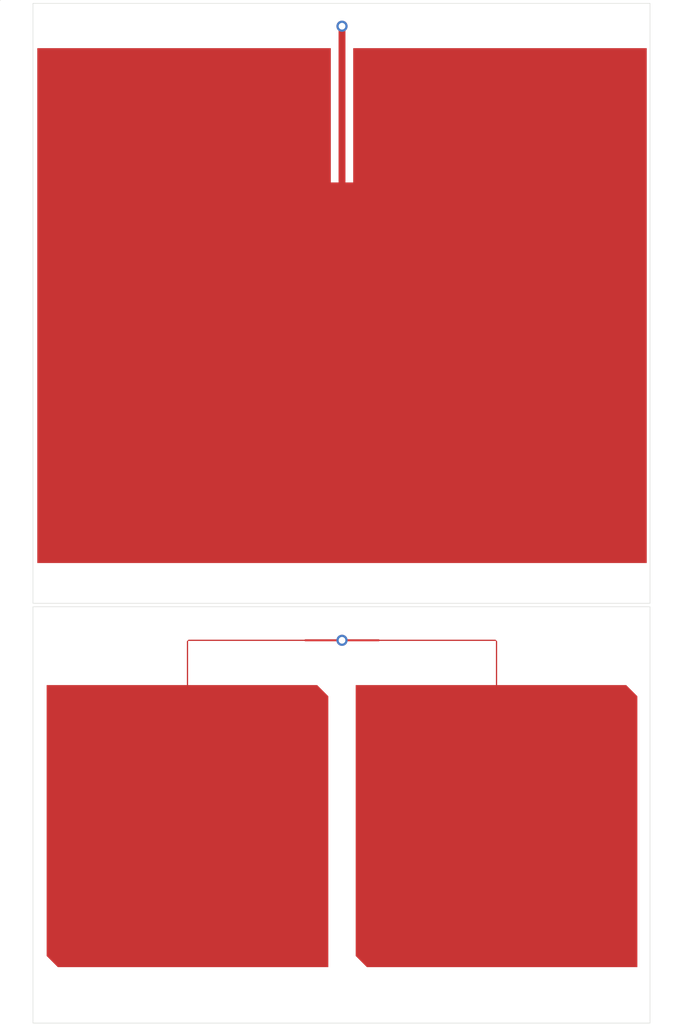
<source format=kicad_pcb>
(kicad_pcb (version 20160815) (host pcbnew no-vcs-found-7520~57~ubuntu14.04.1)

  (general
    (links 1)
    (no_connects 1)
    (area 101.524999 203.124999 254.075001 431.875001)
    (thickness 1.6)
    (drawings 13)
    (tracks 0)
    (zones 0)
    (modules 10)
    (nets 2)
  )

  (page A0)
  (layers
    (0 F.Cu signal)
    (31 B.Cu signal)
    (32 B.Adhes user)
    (33 F.Adhes user)
    (34 B.Paste user)
    (35 F.Paste user)
    (36 B.SilkS user)
    (37 F.SilkS user)
    (38 B.Mask user)
    (39 F.Mask user)
    (40 Dwgs.User user)
    (41 Cmts.User user)
    (42 Eco1.User user)
    (43 Eco2.User user)
    (44 Edge.Cuts user)
    (45 Margin user)
    (46 B.CrtYd user)
    (47 F.CrtYd user)
    (48 B.Fab user)
    (49 F.Fab user)
  )

  (setup
    (last_trace_width 0.2)
    (trace_clearance 0.2)
    (zone_clearance 0.508)
    (zone_45_only no)
    (trace_min 0.2)
    (segment_width 0.15)
    (edge_width 0.15)
    (via_size 0.8)
    (via_drill 0.4)
    (via_min_size 0.4)
    (via_min_drill 0.3)
    (uvia_size 0.3)
    (uvia_drill 0.1)
    (uvias_allowed no)
    (uvia_min_size 0.2)
    (uvia_min_drill 0.1)
    (pcb_text_width 0.3)
    (pcb_text_size 1.5 1.5)
    (mod_edge_width 0.15)
    (mod_text_size 1 1)
    (mod_text_width 0.15)
    (pad_size 1.524 1.524)
    (pad_drill 0.762)
    (pad_to_mask_clearance 0.2)
    (aux_axis_origin 0 0)
    (visible_elements FFFFFF7F)
    (pcbplotparams
      (layerselection 0x01000_7fffffff)
      (usegerberextensions true)
      (excludeedgelayer true)
      (linewidth 0.100000)
      (plotframeref false)
      (viasonmask false)
      (mode 1)
      (useauxorigin false)
      (hpglpennumber 1)
      (hpglpenspeed 20)
      (hpglpendiameter 15)
      (psnegative false)
      (psa4output false)
      (plotreference true)
      (plotvalue true)
      (plotinvisibletext false)
      (padsonsilk false)
      (subtractmaskfromsilk false)
      (outputformat 1)
      (mirror false)
      (drillshape 0)
      (scaleselection 1)
      (outputdirectory ""))
  )

  (net 0 "")
  (net 1 Antennas)

  (net_class Default ""
    (clearance 0.2)
    (trace_width 0.2)
    (via_dia 0.8)
    (via_drill 0.4)
    (uvia_dia 0.3)
    (uvia_drill 0.1)
    (add_net Antennas)
  )

  (module X1 (layer F.Cu) (tedit 588AD9BC) (tstamp 588ADA83)
    (at 241.9 343.64)
    (fp_text reference "" (at 0 0) (layer F.SilkS)
      (effects (font (thickness 0.15)))
    )
    (fp_text value "" (at 0 0) (layer F.SilkS)
      (effects (font (thickness 0.15)))
    )
    (pad "" np_thru_hole circle (at 0 0) (size 2.9 2.9) (drill 2.9) (layers *.Cu *.Mask)
      (zone_connect 2))
  )

  (module X1 (layer F.Cu) (tedit 588AD9BC) (tstamp 588ADA7D)
    (at 241.9 426.64)
    (fp_text reference "" (at 0 0) (layer F.SilkS)
      (effects (font (thickness 0.15)))
    )
    (fp_text value "" (at 0 0) (layer F.SilkS)
      (effects (font (thickness 0.15)))
    )
    (pad "" np_thru_hole circle (at 0 0) (size 2.9 2.9) (drill 2.9) (layers *.Cu *.Mask)
      (zone_connect 2))
  )

  (module X1 (layer F.Cu) (tedit 588AD9BC) (tstamp 588AD9D1)
    (at 113.9 426.64)
    (fp_text reference "" (at 0 0) (layer F.SilkS)
      (effects (font (thickness 0.15)))
    )
    (fp_text value "" (at 0 0) (layer F.SilkS)
      (effects (font (thickness 0.15)))
    )
    (pad "" np_thru_hole circle (at 0 0) (size 2.9 2.9) (drill 2.9) (layers *.Cu *.Mask)
      (zone_connect 2))
  )

  (module X1 (layer F.Cu) (tedit 588AD9BC) (tstamp 588AD9AF)
    (at 113.9 343.64)
    (fp_text reference "" (at 0 0) (layer F.SilkS)
      (effects (font (thickness 0.15)))
    )
    (fp_text value "" (at 0 0) (layer F.SilkS)
      (effects (font (thickness 0.15)))
    )
    (pad "" np_thru_hole circle (at 0 0) (size 2.9 2.9) (drill 2.9) (layers *.Cu *.Mask)
      (zone_connect 2))
  )

  (module X1 (layer F.Cu) (tedit 0) (tstamp 0)
    (at 178.015 346.14)
    (fp_text reference "" (at 0 0) (layer F.SilkS)
      (effects (font (thickness 0.15)))
    )
    (fp_text value "" (at 0 0) (layer F.SilkS)
      (effects (font (thickness 0.15)))
    )
    (pad 1 thru_hole circle (at 0 0) (size 2.5 2.5) (drill 1.5) (layers F.Cu)
      (net 1 Antennas) (zone_connect 2))
  )

  (module X0 (layer F.Cu) (tedit 588AD844) (tstamp 588AD8C3)
    (at 113.9 332.88)
    (fp_text reference "" (at 0 0) (layer F.SilkS)
      (effects (font (thickness 0.15)))
    )
    (fp_text value "" (at 0 0) (layer F.SilkS)
      (effects (font (thickness 0.15)))
    )
    (pad "" np_thru_hole circle (at 0 0) (size 2.9 2.9) (drill 2.9) (layers *.Cu *.Mask)
      (zone_connect 2))
  )

  (module X0 (layer F.Cu) (tedit 588AD844) (tstamp 588AD8BD)
    (at 241.9 332.88)
    (fp_text reference "" (at 0 0) (layer F.SilkS)
      (effects (font (thickness 0.15)))
    )
    (fp_text value "" (at 0 0) (layer F.SilkS)
      (effects (font (thickness 0.15)))
    )
    (pad "" np_thru_hole circle (at 0 0) (size 2.9 2.9) (drill 2.9) (layers *.Cu *.Mask)
      (zone_connect 2))
  )

  (module X0 (layer F.Cu) (tedit 588AD844) (tstamp 588AD896)
    (at 241.9 208.88)
    (fp_text reference "" (at 0 0) (layer F.SilkS)
      (effects (font (thickness 0.15)))
    )
    (fp_text value "" (at 0 0) (layer F.SilkS)
      (effects (font (thickness 0.15)))
    )
    (pad "" np_thru_hole circle (at 0 0) (size 2.9 2.9) (drill 2.9) (layers *.Cu *.Mask)
      (zone_connect 2))
  )

  (module X0 (layer F.Cu) (tedit 588AD844) (tstamp 588AD830)
    (at 113.9 208.88)
    (fp_text reference "" (at 0 0) (layer F.SilkS)
      (effects (font (thickness 0.15)))
    )
    (fp_text value "" (at 0 0) (layer F.SilkS)
      (effects (font (thickness 0.15)))
    )
    (pad "" np_thru_hole circle (at 0 0) (size 2.9 2.9) (drill 2.9) (layers *.Cu *.Mask)
      (zone_connect 2))
  )

  (module X0 (layer F.Cu) (tedit 0) (tstamp 0)
    (at 178.015 208.98)
    (fp_text reference "" (at 0 0) (layer F.SilkS)
      (effects (font (thickness 0.15)))
    )
    (fp_text value "" (at 0 0) (layer F.SilkS)
      (effects (font (thickness 0.15)))
    )
    (pad 1 thru_hole circle (at 0 0) (size 2.5 2.5) (drill 1.5) (layers F.Cu)
      (net 1 Antennas) (zone_connect 2))
  )

  (gr_line (start 101.6 203.2) (end 101.6 203.2) (layer Edge.Cuts) (width 0.15) (tstamp 588ADBF8))
  (gr_line (start 254 203.2) (end 101.6 203.2) (layer Dwgs.User) (width 0.15))
  (gr_line (start 254 431.8) (end 254 203.2) (layer Dwgs.User) (width 0.15))
  (gr_line (start 101.6 431.8) (end 254 431.8) (layer Dwgs.User) (width 0.15))
  (gr_line (start 101.6 203.2) (end 101.6 431.8) (layer Dwgs.User) (width 0.15))
  (gr_line (start 108.9 431.64) (end 108.9 338.64) (layer Edge.Cuts) (width 0.1))
  (gr_line (start 108.9 338.64) (end 246.9 338.64) (layer Edge.Cuts) (width 0.1))
  (gr_line (start 246.9 338.64) (end 246.9 431.64) (layer Edge.Cuts) (width 0.1))
  (gr_line (start 246.9 431.64) (end 108.9 431.64) (layer Edge.Cuts) (width 0.1))
  (gr_line (start 108.9 337.88) (end 108.9 203.88) (layer Edge.Cuts) (width 0.1))
  (gr_line (start 108.9 203.88) (end 246.9 203.88) (layer Edge.Cuts) (width 0.1))
  (gr_line (start 246.9 203.88) (end 246.9 337.88) (layer Edge.Cuts) (width 0.1))
  (gr_line (start 246.9 337.88) (end 108.9 337.88) (layer Edge.Cuts) (width 0.1))

  (zone (net 1) (net_name Antennas) (layer F.Cu) (tstamp 0) (hatch edge 0.5)
    (connect_pads (clearance 0.3))
    (min_thickness 0.05)
    (fill yes (arc_segments 32) (thermal_gap 0.3) (thermal_bridge_width 0.25))
    (polygon
      (pts
        (xy 178.515 345.916) (xy 186.3326 345.916) (xy 186.3326 346.0025) (xy 212.3451 346.0025) (xy 212.7101 346.3674)
        (xy 212.7101 356.14) (xy 241.5726 356.14) (xy 244.0726 358.64) (xy 244.0726 419.14) (xy 183.5726 419.14)
        (xy 181.0726 416.64) (xy 181.0726 356.14) (xy 212.4351 356.14) (xy 212.4351 346.2775) (xy 186.3326 346.2775)
        (xy 186.3326 346.364) (xy 178.515 346.364) (xy 178.515 346.64) (xy 177.515 346.64) (xy 177.515 346.364)
        (xy 169.6975 346.364) (xy 169.6975 346.2775) (xy 143.595 346.2775) (xy 143.595 356.14) (xy 172.4575 356.14)
        (xy 174.9575 358.64) (xy 174.9575 419.14) (xy 114.4575 419.14) (xy 111.9575 416.64) (xy 111.9575 356.14)
        (xy 143.32 356.14) (xy 143.32 346.3674) (xy 143.6849 346.0025) (xy 169.6975 346.0025) (xy 169.6975 345.916)
        (xy 177.515 345.916) (xy 177.515 345.64) (xy 178.515 345.64)
      )
    )
    (filled_polygon
      (pts
        (xy 178.49 345.916) (xy 178.49048 345.920877) (xy 178.491903 345.925567) (xy 178.494213 345.929889) (xy 178.497322 345.933678)
        (xy 178.501111 345.936787) (xy 178.505433 345.939097) (xy 178.510123 345.94052) (xy 178.515 345.941) (xy 186.3076 345.941)
        (xy 186.3076 346.0025) (xy 186.30808 346.007377) (xy 186.309503 346.012067) (xy 186.311813 346.016389) (xy 186.314922 346.020178)
        (xy 186.318711 346.023287) (xy 186.323033 346.025597) (xy 186.327723 346.02702) (xy 186.3326 346.0275) (xy 212.334747 346.0275)
        (xy 212.6851 346.377757) (xy 212.6851 356.14) (xy 212.68558 356.144877) (xy 212.687003 356.149567) (xy 212.689313 356.153889)
        (xy 212.692422 356.157678) (xy 212.696211 356.160787) (xy 212.700533 356.163097) (xy 212.705223 356.16452) (xy 212.7101 356.165)
        (xy 241.562244 356.165) (xy 244.0476 358.650356) (xy 244.0476 419.115) (xy 183.582956 419.115) (xy 181.0976 416.629644)
        (xy 181.0976 356.165) (xy 212.4351 356.165) (xy 212.439977 356.16452) (xy 212.444667 356.163097) (xy 212.448989 356.160787)
        (xy 212.452778 356.157678) (xy 212.455887 356.153889) (xy 212.458197 356.149567) (xy 212.45962 356.144877) (xy 212.4601 356.14)
        (xy 212.4601 346.2775) (xy 212.45962 346.272623) (xy 212.458197 346.267933) (xy 212.455887 346.263611) (xy 212.452778 346.259822)
        (xy 212.448989 346.256713) (xy 212.444667 346.254403) (xy 212.439977 346.25298) (xy 212.4351 346.2525) (xy 186.3326 346.2525)
        (xy 186.327723 346.25298) (xy 186.323033 346.254403) (xy 186.318711 346.256713) (xy 186.314922 346.259822) (xy 186.311813 346.263611)
        (xy 186.309503 346.267933) (xy 186.30808 346.272623) (xy 186.3076 346.2775) (xy 186.3076 346.339) (xy 178.515 346.339)
        (xy 178.510123 346.33948) (xy 178.505433 346.340903) (xy 178.501111 346.343213) (xy 178.497322 346.346322) (xy 178.494213 346.350111)
        (xy 178.491903 346.354433) (xy 178.49048 346.359123) (xy 178.49 346.364) (xy 178.49 346.615) (xy 177.54 346.615)
        (xy 177.54 346.364) (xy 177.53952 346.359123) (xy 177.538097 346.354433) (xy 177.535787 346.350111) (xy 177.532678 346.346322)
        (xy 177.528889 346.343213) (xy 177.524567 346.340903) (xy 177.519877 346.33948) (xy 177.515 346.339) (xy 169.7225 346.339)
        (xy 169.7225 346.2775) (xy 169.72202 346.272623) (xy 169.720597 346.267933) (xy 169.718287 346.263611) (xy 169.715178 346.259822)
        (xy 169.711389 346.256713) (xy 169.707067 346.254403) (xy 169.702377 346.25298) (xy 169.6975 346.2525) (xy 143.595 346.2525)
        (xy 143.590123 346.25298) (xy 143.585433 346.254403) (xy 143.581111 346.256713) (xy 143.577322 346.259822) (xy 143.574213 346.263611)
        (xy 143.571903 346.267933) (xy 143.57048 346.272623) (xy 143.57 346.2775) (xy 143.57 356.14) (xy 143.57048 356.144877)
        (xy 143.571903 356.149567) (xy 143.574213 356.153889) (xy 143.577322 356.157678) (xy 143.581111 356.160787) (xy 143.585433 356.163097)
        (xy 143.590123 356.16452) (xy 143.595 356.165) (xy 172.447144 356.165) (xy 174.9325 358.650356) (xy 174.9325 419.115)
        (xy 114.467856 419.115) (xy 111.9825 416.629644) (xy 111.9825 356.165) (xy 143.32 356.165) (xy 143.324877 356.16452)
        (xy 143.329567 356.163097) (xy 143.333889 356.160787) (xy 143.337678 356.157678) (xy 143.340787 356.153889) (xy 143.343097 356.149567)
        (xy 143.34452 356.144877) (xy 143.345 356.14) (xy 143.345 346.377756) (xy 143.695256 346.0275) (xy 169.6975 346.0275)
        (xy 169.702377 346.02702) (xy 169.707067 346.025597) (xy 169.711389 346.023287) (xy 169.715178 346.020178) (xy 169.718287 346.016389)
        (xy 169.720597 346.012067) (xy 169.72202 346.007377) (xy 169.7225 346.0025) (xy 169.7225 345.941) (xy 177.515 345.941)
        (xy 177.519877 345.94052) (xy 177.524567 345.939097) (xy 177.528889 345.936787) (xy 177.532678 345.933678) (xy 177.535787 345.929889)
        (xy 177.538097 345.925567) (xy 177.53952 345.920877) (xy 177.54 345.916) (xy 177.54 345.665) (xy 178.49 345.665)
      )
    )
  )
  (zone (net 1) (net_name Antennas) (layer F.Cu) (tstamp 0) (hatch edge 0.5)
    (connect_pads (clearance 0.3))
    (min_thickness 0.05)
    (fill yes (arc_segments 32) (thermal_gap 0.3) (thermal_bridge_width 0.25))
    (polygon
      (pts
        (xy 178.785 243.88) (xy 180.515 243.88) (xy 180.515 213.88) (xy 246.165 213.88) (xy 246.165 328.88)
        (xy 109.865 328.88) (xy 109.865 213.88) (xy 175.515 213.88) (xy 175.515 243.88) (xy 177.245 243.88)
        (xy 177.245 208.88) (xy 178.785 208.88)
      )
    )
    (filled_polygon
      (pts
        (xy 178.76 243.88) (xy 178.76048 243.884877) (xy 178.761903 243.889567) (xy 178.764213 243.893889) (xy 178.767322 243.897678)
        (xy 178.771111 243.900787) (xy 178.775433 243.903097) (xy 178.780123 243.90452) (xy 178.785 243.905) (xy 180.515 243.905)
        (xy 180.519877 243.90452) (xy 180.524567 243.903097) (xy 180.528889 243.900787) (xy 180.532678 243.897678) (xy 180.535787 243.893889)
        (xy 180.538097 243.889567) (xy 180.53952 243.884877) (xy 180.54 243.88) (xy 180.54 213.905) (xy 246.14 213.905)
        (xy 246.14 328.855) (xy 109.89 328.855) (xy 109.89 213.905) (xy 175.49 213.905) (xy 175.49 243.88)
        (xy 175.49048 243.884877) (xy 175.491903 243.889567) (xy 175.494213 243.893889) (xy 175.497322 243.897678) (xy 175.501111 243.900787)
        (xy 175.505433 243.903097) (xy 175.510123 243.90452) (xy 175.515 243.905) (xy 177.245 243.905) (xy 177.249877 243.90452)
        (xy 177.254567 243.903097) (xy 177.258889 243.900787) (xy 177.262678 243.897678) (xy 177.265787 243.893889) (xy 177.268097 243.889567)
        (xy 177.26952 243.884877) (xy 177.27 243.88) (xy 177.27 208.905) (xy 178.76 208.905)
      )
    )
  )
  (zone (net 1) (net_name Antennas) (layer F.Cu) (tstamp 0) (hatch edge 0.5)
    (connect_pads (clearance 0.3))
    (min_thickness 0.05)
    (fill yes (arc_segments 32) (thermal_gap 0.3) (thermal_bridge_width 0.25))
    (polygon
      (pts
        (xy 177.515 208.38) (xy 177.515 209.38) (xy 178.515 209.38) (xy 178.515 208.38)
      )
    )
    (filled_polygon
      (pts
        (xy 178.49 209.355) (xy 177.54 209.355) (xy 177.54 208.405) (xy 178.49 208.405)
      )
    )
  )
)

</source>
